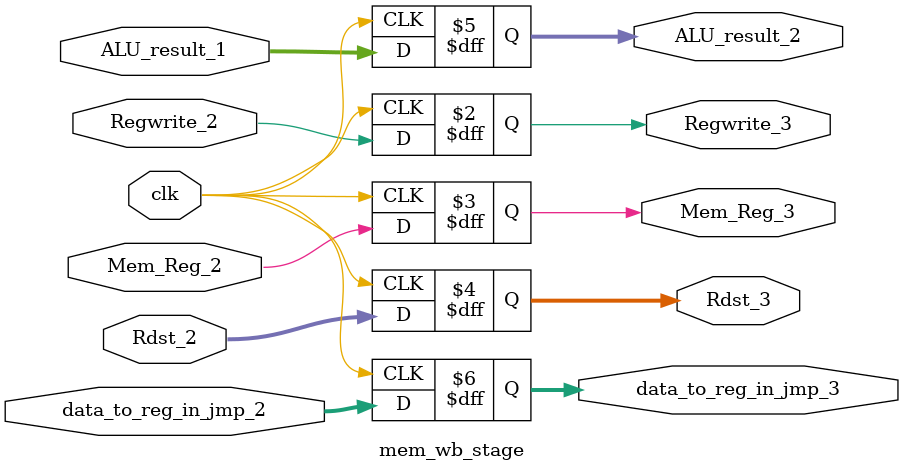
<source format=v>
`timescale 1ns / 1ps


module mem_wb_stage(
input clk,Regwrite_2,Mem_Reg_2,
input [4:0] Rdst_2,
input[31:0] ALU_result_1,data_to_reg_in_jmp_2,
output reg Regwrite_3,Mem_Reg_3,
output reg [4:0] Rdst_3,
output reg [31:0] ALU_result_2,data_to_reg_in_jmp_3

    );
    
    always@(posedge clk)
    begin
    ALU_result_2<=ALU_result_1;
    Rdst_3<=Rdst_2;
    Regwrite_3<=Regwrite_2;
    Mem_Reg_3<=Mem_Reg_2;
    data_to_reg_in_jmp_3<=data_to_reg_in_jmp_2;
//    Mem_Read_3<=Mem_Read_2;
    end
    
//    D_flipflop #(32) d5(clk,ALU_result,ALU_result_1);//3 st stage of pipeline
//    D_flipflop #(5) d2(clk,Rdst_1,Rdst_2);//third stage of pipeline
//    D_flipflop #(1) d12(clk,Regwrite_1,Regwrite_2);//fourth stage of pipeline
endmodule

</source>
